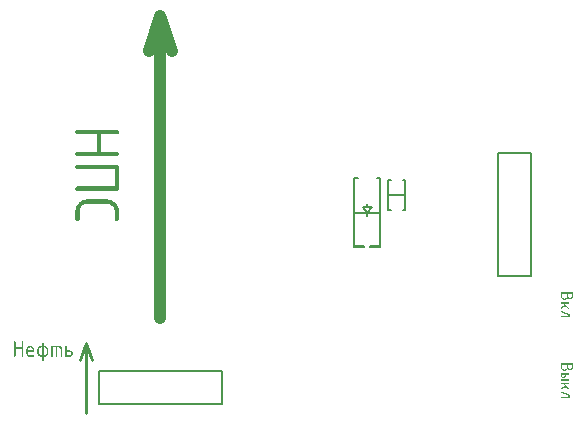
<source format=gto>
G04 Layer_Color=65535*
%FSLAX44Y44*%
%MOMM*%
G71*
G01*
G75*
%ADD20C,0.2540*%
%ADD21C,1.0000*%
%ADD22C,0.2000*%
%ADD23C,0.1500*%
G36*
X20035Y137178D02*
X20280Y137154D01*
X20597Y137080D01*
X20987Y136983D01*
X21378Y136812D01*
X21769Y136568D01*
X22135Y136250D01*
X22183Y136202D01*
X22281Y136080D01*
X22427Y135884D01*
X22623Y135591D01*
X22794Y135250D01*
X22940Y134859D01*
X23038Y134420D01*
X23087Y133907D01*
Y131954D01*
X17838D01*
Y130636D01*
Y130612D01*
Y130539D01*
X17863Y130441D01*
X17887Y130319D01*
X17936Y130148D01*
X17985Y130002D01*
X18083Y129831D01*
X18205Y129684D01*
X18229Y129660D01*
X18278Y129635D01*
X18351Y129562D01*
X18473Y129513D01*
X18595Y129440D01*
X18766Y129367D01*
X18937Y129342D01*
X19132Y129318D01*
X22525D01*
X22647Y129294D01*
X22769Y129245D01*
X22867Y129147D01*
X22989Y129050D01*
X23062Y128879D01*
X23087Y128659D01*
Y128635D01*
Y128561D01*
X23062Y128439D01*
X23013Y128342D01*
X22916Y128220D01*
X22818Y128098D01*
X22647Y128024D01*
X22427Y128000D01*
X19083D01*
X18961Y128024D01*
X18742Y128049D01*
X18498Y128098D01*
X18205Y128195D01*
X17887Y128317D01*
X17570Y128513D01*
X17277Y128757D01*
X17253Y128781D01*
X17155Y128903D01*
X17033Y129050D01*
X16911Y129269D01*
X16765Y129538D01*
X16643Y129855D01*
X16545Y130221D01*
X16520Y130612D01*
Y133907D01*
Y133932D01*
Y133980D01*
Y134029D01*
X16545Y134127D01*
X16569Y134395D01*
X16643Y134713D01*
X16765Y135079D01*
X16911Y135469D01*
X17155Y135860D01*
X17472Y136226D01*
X17521Y136275D01*
X17643Y136372D01*
X17838Y136543D01*
X18132Y136714D01*
X18449Y136885D01*
X18864Y137056D01*
X19303Y137154D01*
X19791Y137202D01*
X19938D01*
X20035Y137178D01*
D02*
G37*
G36*
X30556Y139814D02*
X30678Y139765D01*
X30775Y139668D01*
X30898Y139570D01*
X30971Y139399D01*
X30995Y139179D01*
Y137202D01*
X31459D01*
X31752Y137178D01*
X32045Y137154D01*
X32387Y137105D01*
X32680Y137031D01*
X32924Y136958D01*
X32972Y136934D01*
X33070Y136885D01*
X33241Y136787D01*
X33461Y136665D01*
X33680Y136495D01*
X33924Y136275D01*
X34168Y136031D01*
X34388Y135738D01*
X34413Y135689D01*
X34486Y135591D01*
X34559Y135421D01*
X34681Y135201D01*
X34779Y134932D01*
X34852Y134615D01*
X34925Y134273D01*
X34950Y133907D01*
Y131271D01*
Y131246D01*
Y131222D01*
Y131149D01*
X34925Y131051D01*
X34901Y130783D01*
X34827Y130465D01*
X34705Y130099D01*
X34535Y129709D01*
X34290Y129318D01*
X33973Y128952D01*
X33924Y128903D01*
X33802Y128806D01*
X33607Y128659D01*
X33338Y128488D01*
X32997Y128293D01*
X32606Y128146D01*
X32143Y128049D01*
X31654Y128000D01*
X30995D01*
Y124705D01*
Y124680D01*
Y124607D01*
X30971Y124485D01*
X30922Y124387D01*
X30824Y124265D01*
X30727Y124143D01*
X30556Y124070D01*
X30336Y124046D01*
X30238D01*
X30117Y124070D01*
X30019Y124119D01*
X29897Y124216D01*
X29775Y124314D01*
X29701Y124485D01*
X29677Y124705D01*
Y128000D01*
X28896D01*
X28798Y128024D01*
X28530Y128049D01*
X28212Y128122D01*
X27846Y128244D01*
X27431Y128391D01*
X27041Y128635D01*
X26675Y128952D01*
X26626Y129001D01*
X26528Y129123D01*
X26382Y129318D01*
X26211Y129611D01*
X26016Y129928D01*
X25869Y130343D01*
X25772Y130783D01*
X25723Y131271D01*
Y133907D01*
Y133932D01*
Y133980D01*
Y134029D01*
X25747Y134127D01*
X25772Y134395D01*
X25845Y134713D01*
X25967Y135079D01*
X26113Y135469D01*
X26357Y135860D01*
X26675Y136226D01*
X26724Y136275D01*
X26846Y136372D01*
X27041Y136543D01*
X27334Y136714D01*
X27675Y136885D01*
X28066Y137056D01*
X28530Y137154D01*
X29018Y137202D01*
X29677D01*
Y139179D01*
Y139204D01*
Y139277D01*
X29701Y139399D01*
X29750Y139521D01*
X29848Y139619D01*
X29946Y139741D01*
X30117Y139814D01*
X30336Y139839D01*
X30434D01*
X30556Y139814D01*
D02*
G37*
G36*
X50279Y137178D02*
X50401Y137129D01*
X50498Y137031D01*
X50620Y136934D01*
X50694Y136763D01*
X50718Y136543D01*
Y133272D01*
X53525D01*
X53720Y133224D01*
X53965Y133175D01*
X54257Y133077D01*
X54575Y132955D01*
X54892Y132760D01*
X55185Y132491D01*
X55209Y132467D01*
X55307Y132345D01*
X55429Y132198D01*
X55575Y131979D01*
X55722Y131710D01*
X55844Y131393D01*
X55942Y131027D01*
X55966Y130636D01*
Y130587D01*
Y130441D01*
X55917Y130246D01*
X55868Y129977D01*
X55771Y129684D01*
X55649Y129367D01*
X55453Y129050D01*
X55185Y128757D01*
X55160Y128732D01*
X55038Y128635D01*
X54892Y128513D01*
X54672Y128391D01*
X54404Y128244D01*
X54086Y128122D01*
X53720Y128024D01*
X53330Y128000D01*
X49937D01*
X49839Y128024D01*
X49717Y128073D01*
X49595Y128146D01*
X49497Y128268D01*
X49424Y128415D01*
X49400Y128635D01*
Y136543D01*
Y136568D01*
Y136641D01*
X49424Y136763D01*
X49473Y136885D01*
X49571Y136983D01*
X49668Y137105D01*
X49839Y137178D01*
X50059Y137202D01*
X50157D01*
X50279Y137178D01*
D02*
G37*
G36*
X44542Y137154D02*
X44787Y137105D01*
X45079Y137007D01*
X45397Y136885D01*
X45714Y136690D01*
X46007Y136421D01*
X46031Y136397D01*
X46129Y136275D01*
X46251Y136128D01*
X46398Y135909D01*
X46544Y135640D01*
X46666Y135323D01*
X46764Y134957D01*
X46788Y134566D01*
Y128635D01*
Y128610D01*
Y128537D01*
X46764Y128439D01*
X46715Y128317D01*
X46617Y128195D01*
X46520Y128098D01*
X46349Y128024D01*
X46129Y128000D01*
X46031D01*
X45909Y128024D01*
X45812Y128073D01*
X45690Y128146D01*
X45568Y128268D01*
X45494Y128415D01*
X45470Y128635D01*
Y134566D01*
Y134591D01*
Y134664D01*
X45446Y134761D01*
X45421Y134883D01*
X45372Y135030D01*
X45299Y135201D01*
X45202Y135347D01*
X45079Y135494D01*
X45055Y135518D01*
X45006Y135567D01*
X44933Y135616D01*
X44811Y135689D01*
X44689Y135762D01*
X44518Y135835D01*
X44347Y135860D01*
X44152Y135884D01*
X42834D01*
Y128635D01*
Y128610D01*
Y128537D01*
X42809Y128439D01*
X42761Y128317D01*
X42663Y128195D01*
X42565Y128098D01*
X42394Y128024D01*
X42175Y128000D01*
X42077D01*
X41955Y128024D01*
X41857Y128073D01*
X41735Y128146D01*
X41613Y128268D01*
X41540Y128415D01*
X41516Y128635D01*
Y135884D01*
X38879D01*
Y128635D01*
Y128610D01*
Y128537D01*
X38855Y128439D01*
X38806Y128317D01*
X38709Y128195D01*
X38611Y128098D01*
X38440Y128024D01*
X38220Y128000D01*
X38123D01*
X38001Y128024D01*
X37903Y128073D01*
X37781Y128146D01*
X37659Y128268D01*
X37586Y128415D01*
X37561Y128635D01*
Y136543D01*
Y136568D01*
Y136641D01*
X37586Y136763D01*
X37635Y136885D01*
X37732Y136983D01*
X37830Y137105D01*
X38001Y137178D01*
X38220Y137202D01*
X44347D01*
X44542Y137154D01*
D02*
G37*
G36*
X476003Y173923D02*
X476101Y173884D01*
X476179Y173806D01*
X476276Y173728D01*
X476335Y173591D01*
X476354Y173416D01*
Y173396D01*
Y173338D01*
X476335Y173240D01*
X476296Y173143D01*
X476218Y173065D01*
X476140Y172967D01*
X476003Y172908D01*
X475827Y172889D01*
X472901D01*
X476198Y169592D01*
X476218Y169573D01*
X476276Y169495D01*
X476335Y169378D01*
X476354Y169222D01*
Y169202D01*
Y169144D01*
X476335Y169046D01*
X476296Y168949D01*
X476218Y168871D01*
X476140Y168773D01*
X476003Y168715D01*
X475827Y168695D01*
X475788D01*
X475710Y168715D01*
X475574Y168754D01*
X475457Y168851D01*
X473136Y171153D01*
X469819Y168792D01*
X469800Y168773D01*
X469722Y168734D01*
X469624Y168715D01*
X469507Y168695D01*
X469429D01*
X469351Y168715D01*
X469254Y168754D01*
X469156Y168832D01*
X469078Y168909D01*
X469020Y169046D01*
X469000Y169222D01*
Y169241D01*
Y169261D01*
X469020Y169378D01*
X469098Y169514D01*
X469137Y169592D01*
X469215Y169651D01*
X472375Y171914D01*
X471399Y172889D01*
X469429D01*
X469351Y172908D01*
X469254Y172948D01*
X469156Y173026D01*
X469078Y173104D01*
X469020Y173240D01*
X469000Y173416D01*
Y173435D01*
Y173494D01*
X469020Y173591D01*
X469058Y173669D01*
X469117Y173767D01*
X469215Y173864D01*
X469332Y173923D01*
X469507Y173942D01*
X475906D01*
X476003Y173923D01*
D02*
G37*
G36*
X469683Y166569D02*
X475925Y164501D01*
X475945D01*
X475984Y164462D01*
X476062Y164423D01*
X476140Y164384D01*
X476218Y164306D01*
X476296Y164208D01*
X476335Y164111D01*
X476354Y163974D01*
Y161867D01*
Y161848D01*
Y161789D01*
X476335Y161692D01*
X476296Y161594D01*
X476218Y161516D01*
X476140Y161419D01*
X476003Y161360D01*
X475827Y161341D01*
X469429D01*
X469351Y161360D01*
X469254Y161399D01*
X469156Y161477D01*
X469078Y161555D01*
X469020Y161692D01*
X469000Y161867D01*
Y161887D01*
Y161945D01*
X469020Y162043D01*
X469058Y162121D01*
X469117Y162219D01*
X469215Y162316D01*
X469332Y162375D01*
X469507Y162394D01*
X475301D01*
Y163604D01*
X469351Y165574D01*
X469332D01*
X469293Y165593D01*
X469176Y165671D01*
X469117Y165749D01*
X469058Y165827D01*
X469020Y165925D01*
X469000Y166061D01*
Y166081D01*
Y166140D01*
X469020Y166237D01*
X469058Y166315D01*
X469137Y166413D01*
X469215Y166510D01*
X469351Y166569D01*
X469527Y166588D01*
X469585D01*
X469683Y166569D01*
D02*
G37*
G36*
X479163Y122331D02*
X479261Y122291D01*
X479339Y122233D01*
X479436Y122135D01*
X479495Y122018D01*
X479514Y121843D01*
Y119209D01*
Y119190D01*
Y119151D01*
Y119092D01*
X479495Y119014D01*
X479475Y118819D01*
X479417Y118566D01*
X479339Y118253D01*
X479202Y117941D01*
X479007Y117629D01*
X478754Y117337D01*
X478715Y117298D01*
X478617Y117220D01*
X478461Y117103D01*
X478227Y116946D01*
X477954Y116810D01*
X477642Y116693D01*
X477291Y116615D01*
X476881Y116576D01*
X476764D01*
X476666Y116595D01*
X476432Y116634D01*
X476159Y116693D01*
X475827Y116810D01*
X475476Y116986D01*
X475320Y117103D01*
X475145Y117220D01*
X474989Y117376D01*
X474833Y117551D01*
X474813Y117532D01*
X474794Y117493D01*
X474735Y117415D01*
X474657Y117317D01*
X474579Y117200D01*
X474462Y117083D01*
X474325Y116946D01*
X474169Y116790D01*
X473974Y116654D01*
X473779Y116517D01*
X473565Y116400D01*
X473311Y116283D01*
X473058Y116186D01*
X472765Y116108D01*
X472472Y116069D01*
X472141Y116049D01*
X472024D01*
X471926Y116069D01*
X471809D01*
X471673Y116088D01*
X471380Y116166D01*
X471029Y116283D01*
X470658Y116439D01*
X470268Y116673D01*
X470092Y116830D01*
X469917Y116986D01*
Y117005D01*
X469878Y117024D01*
X469839Y117083D01*
X469780Y117142D01*
X469624Y117337D01*
X469468Y117610D01*
X469293Y117922D01*
X469137Y118312D01*
X469039Y118741D01*
X469020Y118975D01*
X469000Y119209D01*
Y121843D01*
Y121862D01*
Y121921D01*
X469020Y121999D01*
X469058Y122096D01*
X469117Y122194D01*
X469215Y122272D01*
X469332Y122331D01*
X469507Y122350D01*
X479066D01*
X479163Y122331D01*
D02*
G37*
G36*
Y182330D02*
X479261Y182292D01*
X479339Y182233D01*
X479436Y182135D01*
X479495Y182018D01*
X479514Y181843D01*
Y179209D01*
Y179190D01*
Y179151D01*
Y179092D01*
X479495Y179014D01*
X479475Y178819D01*
X479417Y178566D01*
X479339Y178253D01*
X479202Y177941D01*
X479007Y177629D01*
X478754Y177337D01*
X478715Y177298D01*
X478617Y177220D01*
X478461Y177103D01*
X478227Y176947D01*
X477954Y176810D01*
X477642Y176693D01*
X477291Y176615D01*
X476881Y176576D01*
X476764D01*
X476666Y176595D01*
X476432Y176634D01*
X476159Y176693D01*
X475827Y176810D01*
X475476Y176985D01*
X475320Y177103D01*
X475145Y177220D01*
X474989Y177376D01*
X474833Y177551D01*
X474813Y177532D01*
X474794Y177493D01*
X474735Y177415D01*
X474657Y177317D01*
X474579Y177200D01*
X474462Y177083D01*
X474325Y176947D01*
X474169Y176791D01*
X473974Y176654D01*
X473779Y176517D01*
X473565Y176400D01*
X473311Y176283D01*
X473058Y176186D01*
X472765Y176108D01*
X472472Y176069D01*
X472141Y176049D01*
X472024D01*
X471926Y176069D01*
X471809D01*
X471673Y176088D01*
X471380Y176166D01*
X471029Y176283D01*
X470658Y176439D01*
X470268Y176673D01*
X470092Y176829D01*
X469917Y176985D01*
Y177005D01*
X469878Y177024D01*
X469839Y177083D01*
X469780Y177142D01*
X469624Y177337D01*
X469468Y177610D01*
X469293Y177922D01*
X469137Y178312D01*
X469039Y178741D01*
X469020Y178975D01*
X469000Y179209D01*
Y181843D01*
Y181862D01*
Y181921D01*
X469020Y181999D01*
X469058Y182096D01*
X469117Y182194D01*
X469215Y182272D01*
X469332Y182330D01*
X469507Y182350D01*
X479066D01*
X479163Y182330D01*
D02*
G37*
G36*
X13445Y141132D02*
X13567Y141083D01*
X13664Y140986D01*
X13787Y140888D01*
X13860Y140717D01*
X13884Y140498D01*
Y128635D01*
Y128610D01*
Y128537D01*
X13860Y128439D01*
X13811Y128317D01*
X13713Y128195D01*
X13616Y128098D01*
X13445Y128024D01*
X13225Y128000D01*
X13127D01*
X13005Y128024D01*
X12908Y128073D01*
X12786Y128146D01*
X12664Y128268D01*
X12591Y128415D01*
X12566Y128635D01*
Y134566D01*
X7318D01*
Y128635D01*
Y128610D01*
Y128537D01*
X7294Y128439D01*
X7245Y128317D01*
X7147Y128195D01*
X7050Y128098D01*
X6879Y128024D01*
X6659Y128000D01*
X6561D01*
X6439Y128024D01*
X6342Y128073D01*
X6220Y128146D01*
X6098Y128268D01*
X6024Y128415D01*
X6000Y128635D01*
Y140498D01*
Y140522D01*
Y140595D01*
X6024Y140717D01*
X6073Y140839D01*
X6171Y140937D01*
X6269Y141059D01*
X6439Y141132D01*
X6659Y141157D01*
X6757D01*
X6879Y141132D01*
X7001Y141083D01*
X7098Y140986D01*
X7221Y140888D01*
X7294Y140717D01*
X7318Y140498D01*
Y135884D01*
X12566D01*
Y140498D01*
Y140522D01*
Y140595D01*
X12591Y140717D01*
X12639Y140839D01*
X12737Y140937D01*
X12835Y141059D01*
X13005Y141132D01*
X13225Y141157D01*
X13323D01*
X13445Y141132D01*
D02*
G37*
G36*
X93611Y319932D02*
X93953Y319795D01*
X94226Y319522D01*
X94568Y319248D01*
X94773Y318770D01*
X94841Y318155D01*
Y318086D01*
Y317881D01*
X94773Y317539D01*
X94636Y317198D01*
X94363Y316924D01*
X94090Y316582D01*
X93611Y316377D01*
X92996Y316309D01*
X80077D01*
Y301614D01*
X93269D01*
X93611Y301545D01*
X93953Y301408D01*
X94226Y301135D01*
X94568Y300862D01*
X94773Y300383D01*
X94841Y299768D01*
Y299700D01*
Y299495D01*
X94773Y299153D01*
X94636Y298811D01*
X94363Y298538D01*
X94090Y298196D01*
X93611Y297991D01*
X92996Y297922D01*
X59504D01*
X59230Y297991D01*
X58889Y298127D01*
X58547Y298401D01*
X58273Y298674D01*
X58068Y299153D01*
X58000Y299768D01*
Y299836D01*
Y300041D01*
X58068Y300383D01*
X58205Y300657D01*
X58410Y300998D01*
X58752Y301340D01*
X59162Y301545D01*
X59777Y301614D01*
X76386D01*
Y316309D01*
X59504D01*
X59230Y316377D01*
X58889Y316514D01*
X58547Y316787D01*
X58273Y317061D01*
X58068Y317539D01*
X58000Y318155D01*
Y318223D01*
Y318428D01*
X58068Y318770D01*
X58205Y319043D01*
X58410Y319385D01*
X58752Y319727D01*
X59162Y319932D01*
X59777Y320000D01*
X93269D01*
X93611Y319932D01*
D02*
G37*
G36*
Y290472D02*
X93953Y290336D01*
X94226Y290130D01*
X94568Y289789D01*
X94773Y289379D01*
X94841Y288763D01*
Y270308D01*
Y270240D01*
Y270035D01*
X94773Y269693D01*
X94636Y269352D01*
X94363Y269078D01*
X94090Y268736D01*
X93611Y268531D01*
X92996Y268463D01*
X59504D01*
X59230Y268531D01*
X58889Y268668D01*
X58547Y268941D01*
X58273Y269215D01*
X58068Y269693D01*
X58000Y270308D01*
Y270377D01*
Y270582D01*
X58068Y270924D01*
X58205Y271197D01*
X58410Y271539D01*
X58752Y271881D01*
X59162Y272086D01*
X59777Y272154D01*
X91150D01*
Y286850D01*
X59504D01*
X59230Y286918D01*
X58889Y287055D01*
X58547Y287328D01*
X58273Y287601D01*
X58068Y288080D01*
X58000Y288695D01*
Y288763D01*
Y288969D01*
X58068Y289310D01*
X58205Y289584D01*
X58410Y289925D01*
X58752Y290267D01*
X59162Y290472D01*
X59777Y290541D01*
X93269D01*
X93611Y290472D01*
D02*
G37*
G36*
X86229Y261013D02*
X86981Y260944D01*
X87870Y260739D01*
X88895Y260398D01*
X89988Y259988D01*
X91082Y259304D01*
X92107Y258415D01*
X92244Y258279D01*
X92517Y257937D01*
X92996Y257390D01*
X93474Y256570D01*
X93953Y255681D01*
X94431Y254519D01*
X94705Y253289D01*
X94841Y251922D01*
Y244540D01*
Y244472D01*
Y244267D01*
X94773Y243925D01*
X94636Y243583D01*
X94363Y243310D01*
X94090Y242968D01*
X93611Y242763D01*
X92996Y242695D01*
X92723D01*
X92381Y242763D01*
X92107Y242900D01*
X91766Y243173D01*
X91424Y243446D01*
X91219Y243925D01*
X91150Y244540D01*
Y251922D01*
Y252059D01*
X91082Y252469D01*
X91014Y253016D01*
X90809Y253699D01*
X90467Y254451D01*
X89988Y255203D01*
X89305Y255955D01*
X88416Y256638D01*
X88348D01*
X88211Y256775D01*
X87938Y256843D01*
X87596Y256980D01*
X87186Y257117D01*
X86708Y257253D01*
X86161Y257322D01*
X85614Y257390D01*
X66817D01*
X66339Y257322D01*
X65860Y257185D01*
X65245Y256980D01*
X64562Y256707D01*
X63878Y256365D01*
X63263Y255818D01*
X63195Y255750D01*
X62990Y255545D01*
X62785Y255203D01*
X62511Y254724D01*
X62169Y254178D01*
X61964Y253494D01*
X61759Y252742D01*
X61691Y251922D01*
Y244540D01*
Y244472D01*
Y244267D01*
X61623Y243925D01*
X61486Y243583D01*
X61213Y243310D01*
X60939Y242968D01*
X60461Y242763D01*
X59845Y242695D01*
X59572D01*
X59230Y242763D01*
X58957Y242900D01*
X58615Y243173D01*
X58273Y243446D01*
X58068Y243925D01*
X58000Y244540D01*
Y251922D01*
Y251990D01*
Y252059D01*
Y252264D01*
X58068Y252537D01*
X58137Y253289D01*
X58342Y254178D01*
X58684Y255203D01*
X59094Y256297D01*
X59777Y257390D01*
X60666Y258415D01*
X60802Y258552D01*
X61144Y258825D01*
X61691Y259236D01*
X62511Y259714D01*
X63400Y260261D01*
X64562Y260671D01*
X65792Y260944D01*
X67159Y261081D01*
X85956D01*
X86229Y261013D01*
D02*
G37*
G36*
X476003Y108675D02*
X476101Y108636D01*
X476179Y108558D01*
X476276Y108480D01*
X476335Y108344D01*
X476354Y108168D01*
Y108149D01*
Y108090D01*
X476335Y107993D01*
X476296Y107895D01*
X476218Y107817D01*
X476140Y107720D01*
X476003Y107661D01*
X475827Y107642D01*
X469429D01*
X469351Y107661D01*
X469254Y107700D01*
X469156Y107778D01*
X469078Y107856D01*
X469020Y107993D01*
X469000Y108168D01*
Y108188D01*
Y108246D01*
X469020Y108344D01*
X469058Y108422D01*
X469117Y108519D01*
X469215Y108617D01*
X469332Y108675D01*
X469507Y108695D01*
X475906D01*
X476003Y108675D01*
D02*
G37*
G36*
Y113923D02*
X476101Y113884D01*
X476179Y113806D01*
X476276Y113728D01*
X476335Y113591D01*
X476354Y113416D01*
Y113396D01*
Y113338D01*
X476335Y113240D01*
X476296Y113143D01*
X476218Y113065D01*
X476140Y112967D01*
X476003Y112908D01*
X475827Y112889D01*
X473214D01*
Y111836D01*
Y111816D01*
Y111797D01*
Y111680D01*
X473175Y111524D01*
X473136Y111328D01*
X473058Y111094D01*
X472960Y110841D01*
X472804Y110587D01*
X472589Y110353D01*
X472570Y110334D01*
X472472Y110255D01*
X472355Y110158D01*
X472180Y110041D01*
X471965Y109924D01*
X471712Y109826D01*
X471419Y109748D01*
X471107Y109729D01*
X470951D01*
X470795Y109768D01*
X470580Y109807D01*
X470346Y109885D01*
X470092Y109982D01*
X469839Y110139D01*
X469605Y110353D01*
X469585Y110373D01*
X469507Y110470D01*
X469410Y110587D01*
X469312Y110763D01*
X469195Y110977D01*
X469098Y111231D01*
X469020Y111524D01*
X469000Y111836D01*
Y113416D01*
Y113435D01*
Y113494D01*
X469020Y113591D01*
X469058Y113669D01*
X469117Y113767D01*
X469215Y113864D01*
X469332Y113923D01*
X469507Y113942D01*
X475906D01*
X476003Y113923D01*
D02*
G37*
G36*
X469683Y98161D02*
X475925Y96093D01*
X475945D01*
X475984Y96054D01*
X476062Y96015D01*
X476140Y95976D01*
X476218Y95898D01*
X476296Y95801D01*
X476335Y95703D01*
X476354Y95567D01*
Y93460D01*
Y93440D01*
Y93382D01*
X476335Y93284D01*
X476296Y93187D01*
X476218Y93109D01*
X476140Y93011D01*
X476003Y92953D01*
X475827Y92933D01*
X469429D01*
X469351Y92953D01*
X469254Y92992D01*
X469156Y93070D01*
X469078Y93148D01*
X469020Y93284D01*
X469000Y93460D01*
Y93479D01*
Y93538D01*
X469020Y93635D01*
X469058Y93713D01*
X469117Y93811D01*
X469215Y93909D01*
X469332Y93967D01*
X469507Y93987D01*
X475301D01*
Y95196D01*
X469351Y97166D01*
X469332D01*
X469293Y97186D01*
X469176Y97264D01*
X469117Y97342D01*
X469058Y97420D01*
X469020Y97517D01*
X469000Y97654D01*
Y97673D01*
Y97732D01*
X469020Y97829D01*
X469058Y97907D01*
X469137Y98005D01*
X469215Y98103D01*
X469351Y98161D01*
X469527Y98181D01*
X469585D01*
X469683Y98161D01*
D02*
G37*
G36*
X476003Y105515D02*
X476101Y105476D01*
X476179Y105398D01*
X476276Y105320D01*
X476335Y105184D01*
X476354Y105008D01*
Y104989D01*
Y104930D01*
X476335Y104832D01*
X476296Y104735D01*
X476218Y104657D01*
X476140Y104559D01*
X476003Y104501D01*
X475827Y104481D01*
X472901D01*
X476198Y101185D01*
X476218Y101165D01*
X476276Y101087D01*
X476335Y100970D01*
X476354Y100814D01*
Y100794D01*
Y100736D01*
X476335Y100639D01*
X476296Y100541D01*
X476218Y100463D01*
X476140Y100365D01*
X476003Y100307D01*
X475827Y100287D01*
X475788D01*
X475710Y100307D01*
X475574Y100346D01*
X475457Y100443D01*
X473136Y102745D01*
X469819Y100385D01*
X469800Y100365D01*
X469722Y100326D01*
X469624Y100307D01*
X469507Y100287D01*
X469429D01*
X469351Y100307D01*
X469254Y100346D01*
X469156Y100424D01*
X469078Y100502D01*
X469020Y100639D01*
X469000Y100814D01*
Y100834D01*
Y100853D01*
X469020Y100970D01*
X469098Y101107D01*
X469137Y101185D01*
X469215Y101243D01*
X472375Y103506D01*
X471399Y104481D01*
X469429D01*
X469351Y104501D01*
X469254Y104540D01*
X469156Y104618D01*
X469078Y104696D01*
X469020Y104832D01*
X469000Y105008D01*
Y105028D01*
Y105086D01*
X469020Y105184D01*
X469058Y105262D01*
X469117Y105359D01*
X469215Y105457D01*
X469332Y105515D01*
X469507Y105535D01*
X475906D01*
X476003Y105515D01*
D02*
G37*
%LPC*%
G36*
X19791Y135884D02*
X19669D01*
X19498Y135860D01*
X19327Y135811D01*
X19108Y135738D01*
X18864Y135640D01*
X18620Y135494D01*
X18400Y135298D01*
X18376Y135274D01*
X18302Y135201D01*
X18229Y135079D01*
X18132Y134908D01*
X18009Y134713D01*
X17936Y134468D01*
X17863Y134200D01*
X17838Y133907D01*
Y133272D01*
X21769D01*
Y133907D01*
Y133932D01*
Y134053D01*
X21744Y134200D01*
X21695Y134395D01*
X21622Y134591D01*
X21524Y134835D01*
X21378Y135079D01*
X21183Y135298D01*
X21158Y135323D01*
X21085Y135396D01*
X20963Y135494D01*
X20792Y135591D01*
X20597Y135689D01*
X20353Y135787D01*
X20084Y135860D01*
X19791Y135884D01*
D02*
G37*
G36*
X31654D02*
X30995D01*
Y129318D01*
X31801D01*
X31947Y129342D01*
X32143Y129391D01*
X32338Y129465D01*
X32582Y129562D01*
X32826Y129684D01*
X33046Y129880D01*
X33070Y129904D01*
X33143Y129977D01*
X33241Y130099D01*
X33338Y130270D01*
X33436Y130465D01*
X33534Y130709D01*
X33607Y130978D01*
X33631Y131271D01*
Y133907D01*
Y133932D01*
Y134053D01*
X33607Y134200D01*
X33558Y134395D01*
X33485Y134591D01*
X33387Y134835D01*
X33241Y135079D01*
X33046Y135298D01*
X33021Y135323D01*
X32948Y135396D01*
X32826Y135494D01*
X32655Y135591D01*
X32460Y135689D01*
X32216Y135787D01*
X31947Y135860D01*
X31654Y135884D01*
D02*
G37*
G36*
X29677D02*
X28872D01*
X28725Y135860D01*
X28530Y135811D01*
X28310Y135738D01*
X28066Y135640D01*
X27822Y135494D01*
X27602Y135298D01*
X27578Y135274D01*
X27505Y135201D01*
X27431Y135079D01*
X27334Y134908D01*
X27212Y134713D01*
X27139Y134468D01*
X27065Y134200D01*
X27041Y133907D01*
Y131271D01*
Y131246D01*
Y131124D01*
X27065Y130978D01*
X27114Y130783D01*
X27187Y130563D01*
X27285Y130343D01*
X27407Y130099D01*
X27602Y129880D01*
X27627Y129855D01*
X27700Y129782D01*
X27822Y129709D01*
X27993Y129611D01*
X28212Y129489D01*
X28457Y129416D01*
X28725Y129342D01*
X29018Y129318D01*
X29677D01*
Y135884D01*
D02*
G37*
G36*
X53330Y131954D02*
X50718D01*
Y129318D01*
X53428D01*
X53525Y129342D01*
X53647Y129367D01*
X53794Y129416D01*
X53940Y129465D01*
X54111Y129562D01*
X54257Y129684D01*
X54282Y129709D01*
X54331Y129757D01*
X54379Y129831D01*
X54453Y129953D01*
X54526Y130099D01*
X54599Y130246D01*
X54623Y130441D01*
X54648Y130636D01*
Y130661D01*
Y130734D01*
X54623Y130831D01*
X54599Y130954D01*
X54550Y131100D01*
X54477Y131246D01*
X54379Y131417D01*
X54257Y131564D01*
X54233Y131588D01*
X54184Y131637D01*
X54111Y131686D01*
X54013Y131759D01*
X53867Y131832D01*
X53720Y131905D01*
X53525Y131930D01*
X53330Y131954D01*
D02*
G37*
G36*
X474248Y121297D02*
X470053D01*
Y119209D01*
Y119190D01*
Y119170D01*
X470073Y119053D01*
X470092Y118897D01*
X470131Y118702D01*
X470210Y118468D01*
X470307Y118215D01*
X470463Y117961D01*
X470658Y117727D01*
X470678Y117707D01*
X470775Y117629D01*
X470892Y117532D01*
X471068Y117415D01*
X471282Y117298D01*
X471536Y117200D01*
X471829Y117122D01*
X472141Y117103D01*
X472297D01*
X472453Y117142D01*
X472648Y117181D01*
X472882Y117259D01*
X473136Y117356D01*
X473389Y117512D01*
X473623Y117727D01*
X473643Y117746D01*
X473721Y117844D01*
X473818Y117961D01*
X473935Y118136D01*
X474052Y118351D01*
X474150Y118605D01*
X474228Y118897D01*
X474248Y119209D01*
Y121297D01*
D02*
G37*
G36*
X478461D02*
X475301D01*
Y119209D01*
Y119190D01*
Y119092D01*
X475320Y118975D01*
X475359Y118819D01*
X475418Y118663D01*
X475496Y118468D01*
X475593Y118273D01*
X475750Y118097D01*
X475769Y118078D01*
X475827Y118019D01*
X475925Y117941D01*
X476062Y117863D01*
X476237Y117785D01*
X476432Y117707D01*
X476647Y117649D01*
X476881Y117629D01*
X476998D01*
X477115Y117649D01*
X477271Y117688D01*
X477427Y117746D01*
X477622Y117824D01*
X477817Y117941D01*
X477993Y118097D01*
X478012Y118117D01*
X478071Y118175D01*
X478149Y118273D01*
X478227Y118410D01*
X478305Y118566D01*
X478383Y118761D01*
X478442Y118975D01*
X478461Y119209D01*
Y121297D01*
D02*
G37*
G36*
X474248Y181297D02*
X470053D01*
Y179209D01*
Y179190D01*
Y179170D01*
X470073Y179053D01*
X470092Y178897D01*
X470131Y178702D01*
X470210Y178468D01*
X470307Y178214D01*
X470463Y177961D01*
X470658Y177727D01*
X470678Y177707D01*
X470775Y177629D01*
X470892Y177532D01*
X471068Y177415D01*
X471282Y177298D01*
X471536Y177200D01*
X471829Y177122D01*
X472141Y177103D01*
X472297D01*
X472453Y177142D01*
X472648Y177181D01*
X472882Y177259D01*
X473136Y177356D01*
X473389Y177512D01*
X473623Y177727D01*
X473643Y177746D01*
X473721Y177844D01*
X473818Y177961D01*
X473935Y178136D01*
X474052Y178351D01*
X474150Y178605D01*
X474228Y178897D01*
X474248Y179209D01*
Y181297D01*
D02*
G37*
G36*
X478461D02*
X475301D01*
Y179209D01*
Y179190D01*
Y179092D01*
X475320Y178975D01*
X475359Y178819D01*
X475418Y178663D01*
X475496Y178468D01*
X475593Y178273D01*
X475750Y178097D01*
X475769Y178078D01*
X475827Y178019D01*
X475925Y177941D01*
X476062Y177863D01*
X476237Y177785D01*
X476432Y177707D01*
X476647Y177649D01*
X476881Y177629D01*
X476998D01*
X477115Y177649D01*
X477271Y177688D01*
X477427Y177746D01*
X477622Y177824D01*
X477817Y177941D01*
X477993Y178097D01*
X478012Y178117D01*
X478071Y178176D01*
X478149Y178273D01*
X478227Y178410D01*
X478305Y178566D01*
X478383Y178761D01*
X478442Y178975D01*
X478461Y179209D01*
Y181297D01*
D02*
G37*
G36*
X472160Y112889D02*
X470053D01*
Y111836D01*
Y111816D01*
Y111758D01*
X470073Y111680D01*
X470092Y111582D01*
X470131Y111465D01*
X470171Y111348D01*
X470248Y111211D01*
X470346Y111094D01*
X470365Y111075D01*
X470405Y111036D01*
X470463Y110997D01*
X470561Y110938D01*
X470678Y110880D01*
X470795Y110821D01*
X470951Y110802D01*
X471107Y110782D01*
X471185D01*
X471263Y110802D01*
X471360Y110821D01*
X471477Y110860D01*
X471595Y110919D01*
X471731Y110997D01*
X471848Y111094D01*
X471868Y111114D01*
X471907Y111153D01*
X471946Y111211D01*
X472004Y111309D01*
X472063Y111406D01*
X472121Y111543D01*
X472141Y111680D01*
X472160Y111836D01*
Y112889D01*
D02*
G37*
%LPD*%
D20*
X62000Y125000D02*
X67000Y140000D01*
X72000Y125000D01*
X67000Y80000D02*
Y140000D01*
D21*
X119928Y386539D02*
X129915Y416500D01*
X139902Y386539D01*
X129415Y161000D02*
Y411000D01*
D22*
X416000Y300510D02*
X444000D01*
X416000Y196210D02*
X444000D01*
Y300510D01*
X416000Y196210D02*
Y300510D01*
X182000Y88000D02*
Y116000D01*
X77700Y88000D02*
Y116000D01*
Y88000D02*
X182000D01*
X77700Y116000D02*
X182000D01*
D23*
X335080Y251800D02*
X337000D01*
Y277200D01*
X335080Y277200D02*
X337000Y277200D01*
X323000D02*
X324920Y277200D01*
X323000Y251800D02*
Y277200D01*
Y251800D02*
X324920D01*
X323000Y264500D02*
X337000D01*
X307540Y220790D02*
Y222060D01*
Y220790D02*
X316000D01*
Y222060D01*
X302460Y220790D02*
Y222060D01*
X294000Y220790D02*
X302460D01*
X294000D02*
Y222060D01*
X301190Y255080D02*
X308810D01*
X305000D02*
Y257620D01*
Y247460D02*
Y250000D01*
X301190Y255080D02*
X305000Y250000D01*
X308810Y255080D01*
X294000Y250000D02*
X316000D01*
X294000Y279210D02*
X297000D01*
X294000Y222060D02*
Y279210D01*
Y222060D02*
X302460D01*
X307540D02*
X316000D01*
Y279210D01*
X313000D02*
X316000D01*
M02*

</source>
